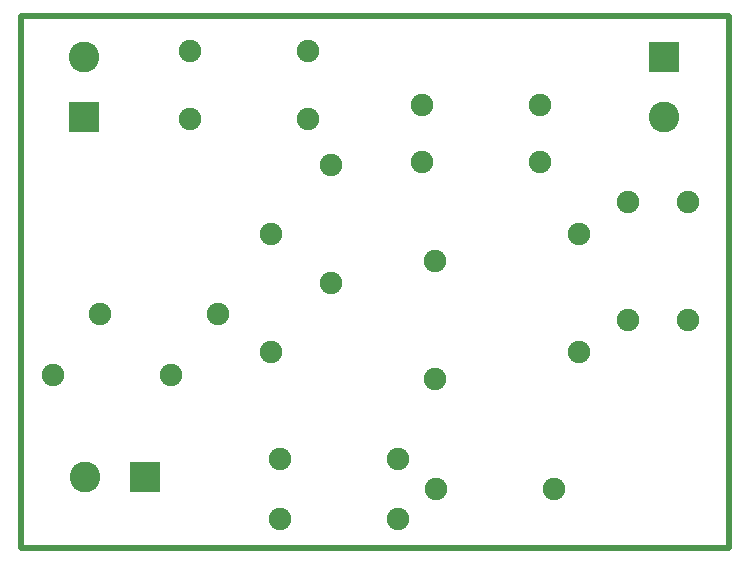
<source format=gbs>
G04 Layer_Color=16711935*
%FSLAX44Y44*%
%MOMM*%
G71*
G01*
G75*
%ADD13C,0.5000*%
%ADD28R,2.6032X2.6032*%
%ADD29C,2.6032*%
%ADD30R,2.6032X2.6032*%
%ADD31C,1.9032*%
D13*
X0Y450000D02*
X600000D01*
Y0D02*
Y450000D01*
X0Y0D02*
X600000D01*
X0D02*
Y450000D01*
D28*
X105400Y60000D02*
D03*
D29*
X54600D02*
D03*
X544830Y364600D02*
D03*
X53340Y415400D02*
D03*
D30*
X544830D02*
D03*
X53340Y364600D02*
D03*
D31*
X262890Y324320D02*
D03*
Y224320D02*
D03*
X514350Y292570D02*
D03*
Y192570D02*
D03*
X143040Y363220D02*
D03*
X243040D02*
D03*
Y420370D02*
D03*
X143040D02*
D03*
X339890Y374650D02*
D03*
X439890D02*
D03*
Y326390D02*
D03*
X339890D02*
D03*
X565150Y292570D02*
D03*
Y192570D02*
D03*
X66840Y198120D02*
D03*
X166840D02*
D03*
X350520Y243040D02*
D03*
Y143040D02*
D03*
X219240Y24130D02*
D03*
X319240D02*
D03*
X212090Y165900D02*
D03*
Y265900D02*
D03*
X27470Y146050D02*
D03*
X127470D02*
D03*
X472440Y165900D02*
D03*
Y265900D02*
D03*
X451320Y49530D02*
D03*
X351320D02*
D03*
X319240Y74930D02*
D03*
X219240D02*
D03*
M02*

</source>
